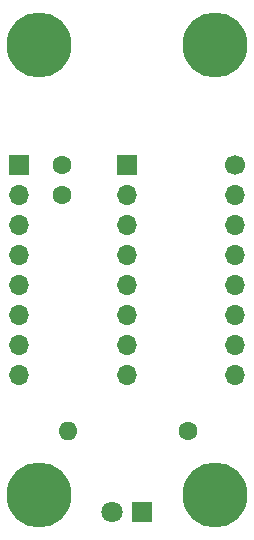
<source format=gbr>
%TF.GenerationSoftware,KiCad,Pcbnew,(6.0.0)*%
%TF.CreationDate,2022-04-15T02:41:16-04:00*%
%TF.ProjectId,JTAG_ISP-HDR,4a544147-5f49-4535-902d-4844522e6b69,v5.4.0*%
%TF.SameCoordinates,Original*%
%TF.FileFunction,Soldermask,Bot*%
%TF.FilePolarity,Negative*%
%FSLAX46Y46*%
G04 Gerber Fmt 4.6, Leading zero omitted, Abs format (unit mm)*
G04 Created by KiCad (PCBNEW (6.0.0)) date 2022-04-15 02:41:16*
%MOMM*%
%LPD*%
G01*
G04 APERTURE LIST*
%ADD10C,1.700000*%
%ADD11O,1.700000X1.700000*%
%ADD12C,5.499999*%
%ADD13R,1.700000X1.700000*%
%ADD14R,1.800000X1.800000*%
%ADD15C,1.800000*%
%ADD16C,1.600000*%
%ADD17O,1.600000X1.600000*%
G04 APERTURE END LIST*
D10*
%TO.C,J2*%
X120887020Y-62397568D03*
D11*
X120887020Y-64937568D03*
X120887020Y-67477568D03*
X120887020Y-70017568D03*
X120887020Y-72557568D03*
X120887020Y-75097568D03*
X120887020Y-77637568D03*
X120887020Y-80177568D03*
%TD*%
D12*
%TO.C,REF\u002A\u002A*%
X119195009Y-90291801D03*
%TD*%
D13*
%TO.C,J1*%
X102525004Y-62397568D03*
D11*
X102525004Y-64937568D03*
X102525004Y-67477568D03*
X102525004Y-70017568D03*
X102525004Y-72557568D03*
X102525004Y-75097568D03*
X102525004Y-77637568D03*
X102525004Y-80177568D03*
%TD*%
D12*
%TO.C,REF\u002A\u002A*%
X104217011Y-90291801D03*
%TD*%
D14*
%TO.C,D1*%
X112976000Y-91789377D03*
D15*
X110436000Y-91789377D03*
%TD*%
D13*
%TO.C,JTAG1*%
X111706012Y-62397568D03*
D11*
X111706012Y-64937568D03*
X111706012Y-67477568D03*
X111706012Y-70017568D03*
X111706012Y-72557568D03*
X111706012Y-75097568D03*
X111706012Y-77637568D03*
X111706012Y-80177568D03*
%TD*%
D12*
%TO.C,REF\u002A\u002A*%
X104217011Y-52255381D03*
%TD*%
%TO.C,REF\u002A\u002A*%
X119195009Y-52255381D03*
%TD*%
D16*
%TO.C,C1*%
X106201021Y-62389369D03*
X106201021Y-64889369D03*
%TD*%
%TO.C,R1*%
X116851024Y-84889365D03*
D17*
X106691024Y-84889365D03*
%TD*%
M02*

</source>
